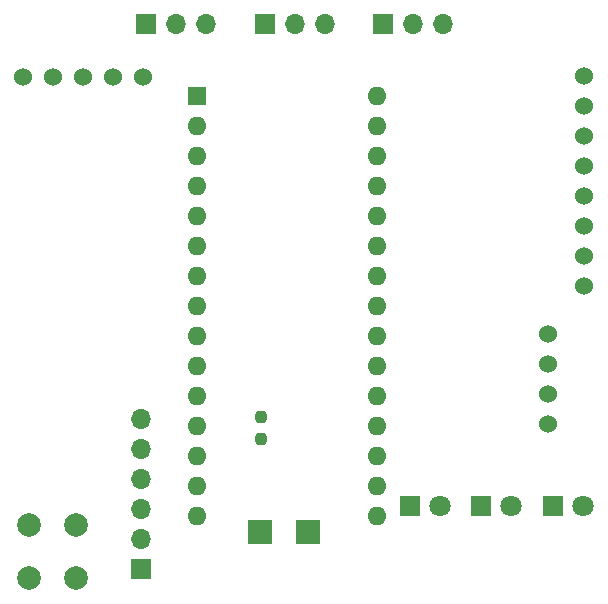
<source format=gbr>
%TF.GenerationSoftware,KiCad,Pcbnew,7.0.1*%
%TF.CreationDate,2023-04-03T23:21:57+02:00*%
%TF.ProjectId,_TS,6054532e-6b69-4636-9164-5f7063625858,rev?*%
%TF.SameCoordinates,Original*%
%TF.FileFunction,Soldermask,Bot*%
%TF.FilePolarity,Negative*%
%FSLAX46Y46*%
G04 Gerber Fmt 4.6, Leading zero omitted, Abs format (unit mm)*
G04 Created by KiCad (PCBNEW 7.0.1) date 2023-04-03 23:21:57*
%MOMM*%
%LPD*%
G01*
G04 APERTURE LIST*
G04 Aperture macros list*
%AMRoundRect*
0 Rectangle with rounded corners*
0 $1 Rounding radius*
0 $2 $3 $4 $5 $6 $7 $8 $9 X,Y pos of 4 corners*
0 Add a 4 corners polygon primitive as box body*
4,1,4,$2,$3,$4,$5,$6,$7,$8,$9,$2,$3,0*
0 Add four circle primitives for the rounded corners*
1,1,$1+$1,$2,$3*
1,1,$1+$1,$4,$5*
1,1,$1+$1,$6,$7*
1,1,$1+$1,$8,$9*
0 Add four rect primitives between the rounded corners*
20,1,$1+$1,$2,$3,$4,$5,0*
20,1,$1+$1,$4,$5,$6,$7,0*
20,1,$1+$1,$6,$7,$8,$9,0*
20,1,$1+$1,$8,$9,$2,$3,0*%
G04 Aperture macros list end*
%ADD10RoundRect,0.237500X0.237500X-0.250000X0.237500X0.250000X-0.237500X0.250000X-0.237500X-0.250000X0*%
%ADD11R,2.000000X2.000000*%
%ADD12C,2.000000*%
%ADD13C,1.800000*%
%ADD14R,1.800000X1.800000*%
%ADD15C,1.524000*%
%ADD16R,1.600000X1.600000*%
%ADD17O,1.600000X1.600000*%
%ADD18R,1.700000X1.700000*%
%ADD19O,1.700000X1.700000*%
G04 APERTURE END LIST*
D10*
%TO.C,R1*%
X123130000Y-100460000D03*
X123130000Y-98635000D03*
%TD*%
D11*
%TO.C,J2*%
X127140000Y-108350000D03*
%TD*%
%TO.C,J1*%
X123090000Y-108350000D03*
%TD*%
D12*
%TO.C,U1*%
X107500000Y-112250000D03*
X103500000Y-112250000D03*
X103500000Y-107750000D03*
X107500000Y-107750000D03*
%TD*%
D13*
%TO.C,D3*%
X150390000Y-106175000D03*
D14*
X147850000Y-106175000D03*
%TD*%
D13*
%TO.C,D2*%
X144340000Y-106175000D03*
D14*
X141800000Y-106175000D03*
%TD*%
D13*
%TO.C,D1*%
X138290000Y-106175000D03*
D14*
X135750000Y-106175000D03*
%TD*%
D15*
%TO.C,U6*%
X113207000Y-69850000D03*
X110667000Y-69850000D03*
X108127000Y-69850000D03*
X105587000Y-69850000D03*
X103047000Y-69850000D03*
%TD*%
D16*
%TO.C,A1*%
X117697000Y-71484000D03*
D17*
X117697000Y-74024000D03*
X117697000Y-76564000D03*
X117697000Y-79104000D03*
X117697000Y-81644000D03*
X117697000Y-84184000D03*
X117697000Y-86724000D03*
X117697000Y-89264000D03*
X117697000Y-91804000D03*
X117697000Y-94344000D03*
X117697000Y-96884000D03*
X117697000Y-99424000D03*
X117697000Y-101964000D03*
X117697000Y-104504000D03*
X117697000Y-107044000D03*
X132937000Y-107044000D03*
X132937000Y-104504000D03*
X132937000Y-101964000D03*
X132937000Y-99424000D03*
X132937000Y-96884000D03*
X132937000Y-94344000D03*
X132937000Y-91804000D03*
X132937000Y-89264000D03*
X132937000Y-86724000D03*
X132937000Y-84184000D03*
X132937000Y-81644000D03*
X132937000Y-79104000D03*
X132937000Y-76564000D03*
X132937000Y-74024000D03*
X132937000Y-71484000D03*
%TD*%
D15*
%TO.C,U4*%
X150495000Y-87503000D03*
X150495000Y-84963000D03*
X150495000Y-82423000D03*
X150495000Y-79883000D03*
X150495000Y-77343000D03*
X150495000Y-74803000D03*
X150495000Y-72263000D03*
X150495000Y-69723000D03*
%TD*%
D18*
%TO.C,U3*%
X113000000Y-111540000D03*
D19*
X113000000Y-109000000D03*
X113000000Y-106460000D03*
X113000000Y-103920000D03*
X113000000Y-101380000D03*
X113000000Y-98840000D03*
%TD*%
D15*
%TO.C,U2*%
X147447000Y-99187000D03*
X147447000Y-96647000D03*
X147447000Y-94107000D03*
X147447000Y-91567000D03*
%TD*%
D18*
%TO.C,M3*%
X123475000Y-65375000D03*
D19*
X126015000Y-65375000D03*
X128555000Y-65375000D03*
%TD*%
D18*
%TO.C,M2*%
X113460000Y-65375000D03*
D19*
X116000000Y-65375000D03*
X118540000Y-65375000D03*
%TD*%
D18*
%TO.C,M1*%
X133475000Y-65375000D03*
D19*
X136015000Y-65375000D03*
X138555000Y-65375000D03*
%TD*%
M02*

</source>
